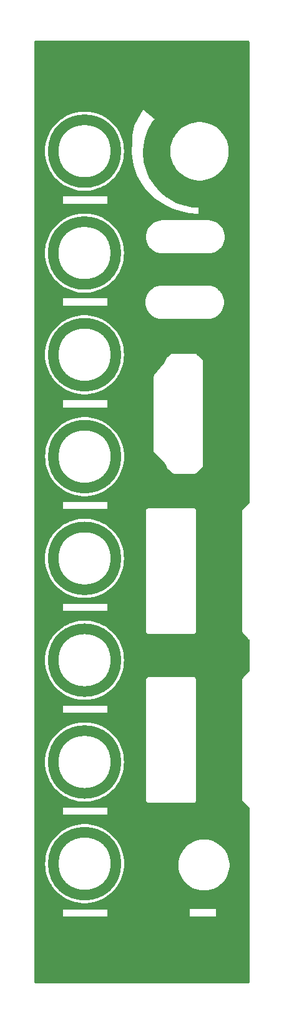
<source format=gbr>
%TF.GenerationSoftware,KiCad,Pcbnew,8.0.7*%
%TF.CreationDate,2025-01-05T13:11:30+01:00*%
%TF.ProjectId,tiliqua-panel,74696c69-7175-4612-9d70-616e656c2e6b,rev?*%
%TF.SameCoordinates,Original*%
%TF.FileFunction,Copper,L1,Top*%
%TF.FilePolarity,Positive*%
%FSLAX46Y46*%
G04 Gerber Fmt 4.6, Leading zero omitted, Abs format (unit mm)*
G04 Created by KiCad (PCBNEW 8.0.7) date 2025-01-05 13:11:30*
%MOMM*%
%LPD*%
G01*
G04 APERTURE LIST*
%TA.AperFunction,EtchedComponent*%
%ADD10C,1.400000*%
%TD*%
%TA.AperFunction,ComponentPad*%
%ADD11O,7.500000X4.400000*%
%TD*%
G04 APERTURE END LIST*
D10*
%TO.C,REF\u002A\u002A*%
X8460000Y-111890000D02*
G75*
G02*
X-40000Y-111890000I-4250000J0D01*
G01*
X-40000Y-111890000D02*
G75*
G02*
X8460000Y-111890000I4250000J0D01*
G01*
X8450000Y-84330000D02*
G75*
G02*
X-50000Y-84330000I-4250000J0D01*
G01*
X-50000Y-84330000D02*
G75*
G02*
X8450000Y-84330000I4250000J0D01*
G01*
X8450000Y-70540000D02*
G75*
G02*
X-50000Y-70540000I-4250000J0D01*
G01*
X-50000Y-70540000D02*
G75*
G02*
X8450000Y-70540000I4250000J0D01*
G01*
X8450000Y-42960000D02*
G75*
G02*
X-50000Y-42960000I-4250000J0D01*
G01*
X-50000Y-42960000D02*
G75*
G02*
X8450000Y-42960000I4250000J0D01*
G01*
X8450000Y-98120000D02*
G75*
G02*
X-50000Y-98120000I-4250000J0D01*
G01*
X-50000Y-98120000D02*
G75*
G02*
X8450000Y-98120000I4250000J0D01*
G01*
X8440000Y-29190000D02*
G75*
G02*
X-60000Y-29190000I-4250000J0D01*
G01*
X-60000Y-29190000D02*
G75*
G02*
X8440000Y-29190000I4250000J0D01*
G01*
X8450000Y-15391200D02*
G75*
G02*
X-50000Y-15391200I-4250000J0D01*
G01*
X-50000Y-15391200D02*
G75*
G02*
X8450000Y-15391200I4250000J0D01*
G01*
X8460000Y-56760000D02*
G75*
G02*
X-40000Y-56760000I-4250000J0D01*
G01*
X-40000Y-56760000D02*
G75*
G02*
X8460000Y-56760000I4250000J0D01*
G01*
%TD*%
D11*
%TO.P,E2,1,1*%
%TO.N,GND*%
X19525000Y-3000000D03*
%TD*%
%TO.P,E3,1,1*%
%TO.N,GND*%
X4475000Y-125500000D03*
%TD*%
%TO.P,E4,1,1*%
%TO.N,GND*%
X19525000Y-125500000D03*
%TD*%
%TO.P,E1,1,1*%
%TO.N,GND*%
X4525000Y-3000000D03*
%TD*%
%TA.AperFunction,Conductor*%
%TO.N,GND*%
G36*
X26486843Y-420207D02*
G01*
X26556084Y-475426D01*
X26594511Y-555218D01*
X26599500Y-599500D01*
X26599500Y-62893055D01*
X26579793Y-62979398D01*
X26541129Y-63033854D01*
X25770476Y-63803578D01*
X25770405Y-63803641D01*
X25728079Y-63845923D01*
X25728073Y-63845929D01*
X25687884Y-63886070D01*
X25662284Y-63930359D01*
X25662277Y-63930371D01*
X25635106Y-63977367D01*
X25620394Y-64032162D01*
X25620390Y-64032177D01*
X25607755Y-64079217D01*
X25607730Y-64128655D01*
X25607730Y-64128670D01*
X25607690Y-64196253D01*
X25607696Y-64196356D01*
X25599531Y-80325751D01*
X25598964Y-80335022D01*
X25599488Y-80391710D01*
X25599496Y-80393641D01*
X25599472Y-80443568D01*
X25599598Y-80444460D01*
X25599868Y-80446437D01*
X25599967Y-80447198D01*
X25613321Y-80495249D01*
X25613831Y-80497120D01*
X25626750Y-80545429D01*
X25627099Y-80546249D01*
X25627877Y-80548104D01*
X25628172Y-80548818D01*
X25653551Y-80591851D01*
X25654528Y-80593525D01*
X25679466Y-80636769D01*
X25679998Y-80637448D01*
X25681222Y-80639029D01*
X25681707Y-80639662D01*
X25681808Y-80639761D01*
X25681810Y-80639764D01*
X25717462Y-80674761D01*
X25718684Y-80675974D01*
X25758771Y-80716102D01*
X25765786Y-80722199D01*
X26383812Y-81328881D01*
X26549940Y-81491960D01*
X26597751Y-81566509D01*
X26609534Y-81634428D01*
X26600069Y-85751565D01*
X26580164Y-85837863D01*
X26541784Y-85891822D01*
X25716981Y-86716624D01*
X25716945Y-86716661D01*
X25679547Y-86754038D01*
X25653242Y-86799600D01*
X25653217Y-86799643D01*
X25626831Y-86845316D01*
X25626794Y-86845404D01*
X25613254Y-86895940D01*
X25613240Y-86895993D01*
X25599500Y-86947215D01*
X25599500Y-87000633D01*
X25594966Y-103142474D01*
X25594913Y-103143300D01*
X25594948Y-103207983D01*
X25594948Y-103208142D01*
X25594934Y-103260746D01*
X25594972Y-103261034D01*
X25608586Y-103311732D01*
X25608628Y-103311889D01*
X25622201Y-103362601D01*
X25622322Y-103362894D01*
X25648652Y-103408441D01*
X25648733Y-103408582D01*
X25674904Y-103453941D01*
X25675090Y-103454183D01*
X25675102Y-103454195D01*
X25675104Y-103454198D01*
X25711743Y-103490796D01*
X25711824Y-103490877D01*
X25711817Y-103490883D01*
X25711942Y-103490995D01*
X25758341Y-103537421D01*
X25758976Y-103537978D01*
X26557930Y-104336058D01*
X26605090Y-104411021D01*
X26616293Y-104476988D01*
X26599919Y-127900639D01*
X26580151Y-127986968D01*
X26524885Y-128056171D01*
X26445065Y-128094542D01*
X26400919Y-128099500D01*
X-2400500Y-128099500D01*
X-2486843Y-128079793D01*
X-2556084Y-128024574D01*
X-2594511Y-127944782D01*
X-2599500Y-127900500D01*
X-2599500Y-119048200D01*
X1249400Y-119048200D01*
X7269200Y-119048200D01*
X7269200Y-119010100D01*
X18500000Y-119010100D01*
X22019800Y-119010100D01*
X22019800Y-118044900D01*
X18500000Y-118044900D01*
X18500000Y-119010100D01*
X7269200Y-119010100D01*
X7269200Y-118083000D01*
X1249400Y-118083000D01*
X1249400Y-119048200D01*
X-2599500Y-119048200D01*
X-2599500Y-111890000D01*
X-1145325Y-111890000D01*
X-1126032Y-112344163D01*
X-1068294Y-112795054D01*
X-972524Y-113239424D01*
X-839415Y-113674072D01*
X-669925Y-114095865D01*
X-465274Y-114501765D01*
X-251545Y-114848883D01*
X-226937Y-114888848D01*
X43356Y-115254310D01*
X43372Y-115254329D01*
X343686Y-115595554D01*
X671867Y-115910090D01*
X671872Y-115910094D01*
X1025546Y-116195666D01*
X1402164Y-116450215D01*
X1402168Y-116450217D01*
X1799013Y-116671908D01*
X2213217Y-116859141D01*
X2213224Y-116859143D01*
X2213232Y-116859147D01*
X2641839Y-117010584D01*
X3081744Y-117125126D01*
X3529778Y-117201949D01*
X3982714Y-117240500D01*
X3982717Y-117240500D01*
X4437283Y-117240500D01*
X4437286Y-117240500D01*
X4890222Y-117201949D01*
X5338256Y-117125126D01*
X5778161Y-117010584D01*
X6206768Y-116859147D01*
X6206778Y-116859142D01*
X6206782Y-116859141D01*
X6381078Y-116780353D01*
X6620987Y-116671908D01*
X7017836Y-116450215D01*
X7394454Y-116195666D01*
X7748128Y-115910094D01*
X8076310Y-115595558D01*
X8376634Y-115254322D01*
X8646938Y-114888847D01*
X8885274Y-114501765D01*
X9089925Y-114095865D01*
X9259415Y-113674072D01*
X9392524Y-113239424D01*
X9488294Y-112795054D01*
X9546032Y-112344163D01*
X9564707Y-111904555D01*
X16949500Y-111904555D01*
X16949500Y-112243592D01*
X16982730Y-112580979D01*
X17048869Y-112913478D01*
X17048874Y-112913500D01*
X17147282Y-113237908D01*
X17147289Y-113237927D01*
X17277022Y-113551131D01*
X17436838Y-113850126D01*
X17531014Y-113991069D01*
X17625190Y-114132013D01*
X17625193Y-114132017D01*
X17625196Y-114132021D01*
X17768573Y-114306726D01*
X17840265Y-114394083D01*
X17840270Y-114394088D01*
X17840279Y-114394098D01*
X18079975Y-114633794D01*
X18079984Y-114633802D01*
X18079991Y-114633809D01*
X18342061Y-114848884D01*
X18552996Y-114989827D01*
X18623947Y-115037235D01*
X18623949Y-115037236D01*
X18922942Y-115197051D01*
X19236160Y-115326790D01*
X19560586Y-115425203D01*
X19893096Y-115491344D01*
X20230488Y-115524574D01*
X20230490Y-115524574D01*
X20569510Y-115524574D01*
X20569512Y-115524574D01*
X20906904Y-115491344D01*
X21239414Y-115425203D01*
X21563840Y-115326790D01*
X21877058Y-115197051D01*
X22176051Y-115037236D01*
X22457939Y-114848884D01*
X22720009Y-114633809D01*
X22959735Y-114394083D01*
X23174810Y-114132013D01*
X23363162Y-113850125D01*
X23522977Y-113551132D01*
X23652716Y-113237914D01*
X23751129Y-112913488D01*
X23817270Y-112580978D01*
X23850500Y-112243586D01*
X23850500Y-111904562D01*
X23817270Y-111567170D01*
X23751129Y-111234660D01*
X23652716Y-110910234D01*
X23522977Y-110597016D01*
X23363162Y-110298023D01*
X23174810Y-110016135D01*
X22959735Y-109754065D01*
X22959728Y-109754058D01*
X22959720Y-109754049D01*
X22720024Y-109514353D01*
X22720014Y-109514344D01*
X22720009Y-109514339D01*
X22632652Y-109442647D01*
X22457947Y-109299270D01*
X22457943Y-109299267D01*
X22457939Y-109299264D01*
X22316995Y-109205088D01*
X22176052Y-109110912D01*
X21877057Y-108951096D01*
X21563853Y-108821363D01*
X21563844Y-108821359D01*
X21563840Y-108821358D01*
X21563836Y-108821357D01*
X21563834Y-108821356D01*
X21239426Y-108722948D01*
X21239417Y-108722946D01*
X21239414Y-108722945D01*
X21239404Y-108722943D01*
X20906905Y-108656804D01*
X20569518Y-108623574D01*
X20569512Y-108623574D01*
X20230488Y-108623574D01*
X20230481Y-108623574D01*
X19893094Y-108656804D01*
X19560595Y-108722943D01*
X19560573Y-108722948D01*
X19236165Y-108821356D01*
X19236146Y-108821363D01*
X18922942Y-108951096D01*
X18623947Y-109110912D01*
X18342061Y-109299264D01*
X18342052Y-109299270D01*
X18079994Y-109514336D01*
X18079975Y-109514353D01*
X17840279Y-109754049D01*
X17840262Y-109754068D01*
X17625196Y-110016126D01*
X17625190Y-110016135D01*
X17436838Y-110298021D01*
X17277022Y-110597016D01*
X17147289Y-110910220D01*
X17147282Y-110910239D01*
X17048874Y-111234647D01*
X17048869Y-111234669D01*
X16982730Y-111567168D01*
X16949500Y-111904555D01*
X9564707Y-111904555D01*
X9565325Y-111890000D01*
X9546032Y-111435837D01*
X9488294Y-110984946D01*
X9392524Y-110540576D01*
X9259415Y-110105928D01*
X9089928Y-109684144D01*
X9089928Y-109684141D01*
X8885274Y-109278235D01*
X8885269Y-109278226D01*
X8646937Y-108891151D01*
X8376643Y-108525689D01*
X8376627Y-108525670D01*
X8076313Y-108184445D01*
X7748132Y-107869909D01*
X7394456Y-107584336D01*
X7394454Y-107584334D01*
X7017836Y-107329785D01*
X7017831Y-107329782D01*
X6620986Y-107108091D01*
X6206782Y-106920858D01*
X6206768Y-106920853D01*
X5778161Y-106769416D01*
X5338256Y-106654874D01*
X5338252Y-106654873D01*
X5338251Y-106654873D01*
X4890217Y-106578050D01*
X4890219Y-106578050D01*
X4552936Y-106549343D01*
X4437286Y-106539500D01*
X3982714Y-106539500D01*
X3867064Y-106549343D01*
X3529781Y-106578050D01*
X3081748Y-106654873D01*
X2641842Y-106769415D01*
X2213217Y-106920858D01*
X1799013Y-107108091D01*
X1402168Y-107329782D01*
X1402166Y-107329783D01*
X1402164Y-107329785D01*
X1052983Y-107565789D01*
X1025543Y-107584336D01*
X671867Y-107869909D01*
X343686Y-108184445D01*
X43372Y-108525670D01*
X43356Y-108525689D01*
X-226937Y-108891151D01*
X-465269Y-109278226D01*
X-465274Y-109278235D01*
X-669928Y-109684141D01*
X-669928Y-109684144D01*
X-839415Y-110105928D01*
X-972524Y-110540576D01*
X-1068294Y-110984946D01*
X-1126032Y-111435837D01*
X-1145325Y-111890000D01*
X-2599500Y-111890000D01*
X-2599500Y-105256000D01*
X1249400Y-105256000D01*
X7269200Y-105256000D01*
X7269200Y-104290800D01*
X1249400Y-104290800D01*
X1249400Y-105256000D01*
X-2599500Y-105256000D01*
X-2599500Y-98120000D01*
X-1155325Y-98120000D01*
X-1136032Y-98574163D01*
X-1078294Y-99025054D01*
X-982524Y-99469424D01*
X-849415Y-99904072D01*
X-679925Y-100325865D01*
X-475274Y-100731765D01*
X-475269Y-100731773D01*
X-236937Y-101118848D01*
X33356Y-101484310D01*
X33372Y-101484329D01*
X333686Y-101825554D01*
X661867Y-102140090D01*
X661872Y-102140094D01*
X1015546Y-102425666D01*
X1392164Y-102680215D01*
X1392168Y-102680217D01*
X1789013Y-102901908D01*
X2203217Y-103089141D01*
X2203224Y-103089143D01*
X2203232Y-103089147D01*
X2631839Y-103240584D01*
X3071744Y-103355126D01*
X3519778Y-103431949D01*
X3972714Y-103470500D01*
X3972717Y-103470500D01*
X4427283Y-103470500D01*
X4427286Y-103470500D01*
X4880222Y-103431949D01*
X5328256Y-103355126D01*
X5768161Y-103240584D01*
X6196768Y-103089147D01*
X6196778Y-103089142D01*
X6196782Y-103089141D01*
X6371078Y-103010353D01*
X6610987Y-102901908D01*
X7007836Y-102680215D01*
X7384454Y-102425666D01*
X7738128Y-102140094D01*
X8066310Y-101825558D01*
X8366634Y-101484322D01*
X8636938Y-101118847D01*
X8875274Y-100731765D01*
X9079925Y-100325865D01*
X9249415Y-99904072D01*
X9382524Y-99469424D01*
X9478294Y-99025054D01*
X9536032Y-98574163D01*
X9555325Y-98120000D01*
X9536032Y-97665837D01*
X9478294Y-97214946D01*
X9382524Y-96770576D01*
X9249415Y-96335928D01*
X9079928Y-95914144D01*
X9079928Y-95914141D01*
X8875274Y-95508235D01*
X8875269Y-95508226D01*
X8636937Y-95121151D01*
X8366643Y-94755689D01*
X8366627Y-94755670D01*
X8066313Y-94414445D01*
X7738132Y-94099909D01*
X7384456Y-93814336D01*
X7384454Y-93814334D01*
X7007836Y-93559785D01*
X7007831Y-93559782D01*
X6610986Y-93338091D01*
X6196782Y-93150858D01*
X6196768Y-93150853D01*
X5768161Y-92999416D01*
X5328256Y-92884874D01*
X5328252Y-92884873D01*
X5328251Y-92884873D01*
X4880217Y-92808050D01*
X4880219Y-92808050D01*
X4542936Y-92779343D01*
X4427286Y-92769500D01*
X3972714Y-92769500D01*
X3857064Y-92779343D01*
X3519781Y-92808050D01*
X3071748Y-92884873D01*
X2631842Y-92999415D01*
X2203217Y-93150858D01*
X1789013Y-93338091D01*
X1392168Y-93559782D01*
X1392166Y-93559783D01*
X1392164Y-93559785D01*
X1042983Y-93795789D01*
X1015543Y-93814336D01*
X661867Y-94099909D01*
X333686Y-94414445D01*
X33372Y-94755670D01*
X33356Y-94755689D01*
X-236937Y-95121151D01*
X-475269Y-95508226D01*
X-475274Y-95508235D01*
X-679928Y-95914141D01*
X-679928Y-95914144D01*
X-849415Y-96335928D01*
X-982524Y-96770576D01*
X-1078294Y-97214946D01*
X-1136032Y-97665837D01*
X-1155325Y-98120000D01*
X-2599500Y-98120000D01*
X-2599500Y-91463800D01*
X1249400Y-91463800D01*
X7269200Y-91463800D01*
X7269200Y-90498600D01*
X1249400Y-90498600D01*
X1249400Y-91463800D01*
X-2599500Y-91463800D01*
X-2599500Y-84330000D01*
X-1155325Y-84330000D01*
X-1136032Y-84784163D01*
X-1078294Y-85235054D01*
X-982524Y-85679424D01*
X-849415Y-86114072D01*
X-679925Y-86535865D01*
X-475274Y-86941765D01*
X-337245Y-87165939D01*
X-236937Y-87328848D01*
X33356Y-87694310D01*
X33372Y-87694329D01*
X333686Y-88035554D01*
X661867Y-88350090D01*
X661872Y-88350094D01*
X1015546Y-88635666D01*
X1392164Y-88890215D01*
X1392168Y-88890217D01*
X1789013Y-89111908D01*
X2203217Y-89299141D01*
X2203224Y-89299143D01*
X2203232Y-89299147D01*
X2631839Y-89450584D01*
X3071744Y-89565126D01*
X3519778Y-89641949D01*
X3972714Y-89680500D01*
X3972717Y-89680500D01*
X4427283Y-89680500D01*
X4427286Y-89680500D01*
X4880222Y-89641949D01*
X5328256Y-89565126D01*
X5768161Y-89450584D01*
X6196768Y-89299147D01*
X6196778Y-89299142D01*
X6196782Y-89299141D01*
X6371078Y-89220353D01*
X6610987Y-89111908D01*
X7007836Y-88890215D01*
X7384454Y-88635666D01*
X7738128Y-88350094D01*
X8066310Y-88035558D01*
X8366634Y-87694322D01*
X8636938Y-87328847D01*
X8871883Y-86947273D01*
X12549500Y-86947273D01*
X12549500Y-103302727D01*
X12565622Y-103362894D01*
X12576794Y-103404590D01*
X12629515Y-103495907D01*
X12629518Y-103495911D01*
X12704088Y-103570481D01*
X12704092Y-103570484D01*
X12795409Y-103623205D01*
X12795413Y-103623207D01*
X12897273Y-103650500D01*
X12897275Y-103650500D01*
X19002725Y-103650500D01*
X19002727Y-103650500D01*
X19104587Y-103623207D01*
X19135029Y-103605631D01*
X19195907Y-103570484D01*
X19195911Y-103570481D01*
X19195910Y-103570481D01*
X19195913Y-103570480D01*
X19270480Y-103495913D01*
X19270481Y-103495910D01*
X19270484Y-103495907D01*
X19323205Y-103404590D01*
X19323204Y-103404590D01*
X19323207Y-103404587D01*
X19350500Y-103302727D01*
X19350500Y-86947273D01*
X19323207Y-86845413D01*
X19323151Y-86845316D01*
X19270484Y-86754092D01*
X19270481Y-86754088D01*
X19195911Y-86679518D01*
X19195907Y-86679515D01*
X19104590Y-86626794D01*
X19104587Y-86626793D01*
X19002727Y-86599500D01*
X13002727Y-86599500D01*
X12897273Y-86599500D01*
X12807442Y-86623569D01*
X12795409Y-86626794D01*
X12704092Y-86679515D01*
X12704088Y-86679518D01*
X12629518Y-86754088D01*
X12629515Y-86754092D01*
X12576794Y-86845409D01*
X12576793Y-86845413D01*
X12549500Y-86947273D01*
X8871883Y-86947273D01*
X8875274Y-86941765D01*
X9079925Y-86535865D01*
X9249415Y-86114072D01*
X9382524Y-85679424D01*
X9478294Y-85235054D01*
X9536032Y-84784163D01*
X9555325Y-84330000D01*
X9536032Y-83875837D01*
X9478294Y-83424946D01*
X9382524Y-82980576D01*
X9249415Y-82545928D01*
X9079928Y-82124144D01*
X9079928Y-82124141D01*
X8875274Y-81718235D01*
X8875269Y-81718226D01*
X8636937Y-81331151D01*
X8366643Y-80965689D01*
X8366627Y-80965670D01*
X8066313Y-80624445D01*
X7738132Y-80309909D01*
X7384456Y-80024336D01*
X7384454Y-80024334D01*
X7007836Y-79769785D01*
X7007831Y-79769782D01*
X6610986Y-79548091D01*
X6196782Y-79360858D01*
X6196768Y-79360853D01*
X5768161Y-79209416D01*
X5328256Y-79094874D01*
X5328252Y-79094873D01*
X5328251Y-79094873D01*
X4880217Y-79018050D01*
X4880219Y-79018050D01*
X4542936Y-78989343D01*
X4427286Y-78979500D01*
X3972714Y-78979500D01*
X3857064Y-78989343D01*
X3519781Y-79018050D01*
X3071748Y-79094873D01*
X2631842Y-79209415D01*
X2203217Y-79360858D01*
X1789013Y-79548091D01*
X1392168Y-79769782D01*
X1392166Y-79769783D01*
X1392164Y-79769785D01*
X1089278Y-79974500D01*
X1015543Y-80024336D01*
X661867Y-80309909D01*
X333686Y-80624445D01*
X33372Y-80965670D01*
X33356Y-80965689D01*
X-236937Y-81331151D01*
X-475269Y-81718226D01*
X-475274Y-81718235D01*
X-679928Y-82124141D01*
X-679928Y-82124144D01*
X-849415Y-82545928D01*
X-982524Y-82980576D01*
X-1078294Y-83424946D01*
X-1136032Y-83875837D01*
X-1155325Y-84330000D01*
X-2599500Y-84330000D01*
X-2599500Y-77671600D01*
X1249400Y-77671600D01*
X7269200Y-77671600D01*
X7269200Y-76706400D01*
X1249400Y-76706400D01*
X1249400Y-77671600D01*
X-2599500Y-77671600D01*
X-2599500Y-70540000D01*
X-1155325Y-70540000D01*
X-1136032Y-70994163D01*
X-1078294Y-71445054D01*
X-982524Y-71889424D01*
X-849415Y-72324072D01*
X-679925Y-72745865D01*
X-475274Y-73151765D01*
X-475269Y-73151773D01*
X-236937Y-73538848D01*
X33356Y-73904310D01*
X33372Y-73904329D01*
X333686Y-74245554D01*
X661867Y-74560090D01*
X661872Y-74560094D01*
X1015546Y-74845666D01*
X1392164Y-75100215D01*
X1392168Y-75100217D01*
X1789013Y-75321908D01*
X2203217Y-75509141D01*
X2203224Y-75509143D01*
X2203232Y-75509147D01*
X2631839Y-75660584D01*
X3071744Y-75775126D01*
X3519778Y-75851949D01*
X3972714Y-75890500D01*
X3972717Y-75890500D01*
X4427283Y-75890500D01*
X4427286Y-75890500D01*
X4880222Y-75851949D01*
X5328256Y-75775126D01*
X5768161Y-75660584D01*
X6196768Y-75509147D01*
X6196778Y-75509142D01*
X6196782Y-75509141D01*
X6371078Y-75430353D01*
X6610987Y-75321908D01*
X7007836Y-75100215D01*
X7384454Y-74845666D01*
X7738128Y-74560094D01*
X8066310Y-74245558D01*
X8366634Y-73904322D01*
X8636938Y-73538847D01*
X8875274Y-73151765D01*
X9079925Y-72745865D01*
X9249415Y-72324072D01*
X9382524Y-71889424D01*
X9478294Y-71445054D01*
X9536032Y-70994163D01*
X9555325Y-70540000D01*
X9536032Y-70085837D01*
X9478294Y-69634946D01*
X9382524Y-69190576D01*
X9249415Y-68755928D01*
X9079928Y-68334144D01*
X9079928Y-68334141D01*
X8875274Y-67928235D01*
X8875269Y-67928226D01*
X8636937Y-67541151D01*
X8366643Y-67175689D01*
X8366627Y-67175670D01*
X8066313Y-66834445D01*
X7738132Y-66519909D01*
X7384456Y-66234336D01*
X7384454Y-66234334D01*
X7007836Y-65979785D01*
X7007831Y-65979782D01*
X6610986Y-65758091D01*
X6196782Y-65570858D01*
X6196768Y-65570853D01*
X5768161Y-65419416D01*
X5328256Y-65304874D01*
X5328252Y-65304873D01*
X5328251Y-65304873D01*
X4880217Y-65228050D01*
X4880219Y-65228050D01*
X4542936Y-65199343D01*
X4427286Y-65189500D01*
X3972714Y-65189500D01*
X3857064Y-65199343D01*
X3519781Y-65228050D01*
X3071748Y-65304873D01*
X2631842Y-65419415D01*
X2203217Y-65570858D01*
X1789013Y-65758091D01*
X1392168Y-65979782D01*
X1392166Y-65979783D01*
X1392164Y-65979785D01*
X1042983Y-66215789D01*
X1015543Y-66234336D01*
X661867Y-66519909D01*
X333686Y-66834445D01*
X33372Y-67175670D01*
X33356Y-67175689D01*
X-236937Y-67541151D01*
X-475269Y-67928226D01*
X-475274Y-67928235D01*
X-679928Y-68334141D01*
X-679928Y-68334144D01*
X-849415Y-68755928D01*
X-982524Y-69190576D01*
X-1078294Y-69634946D01*
X-1136032Y-70085837D01*
X-1155325Y-70540000D01*
X-2599500Y-70540000D01*
X-2599500Y-64072273D01*
X12549500Y-64072273D01*
X12549500Y-80427727D01*
X12568094Y-80497120D01*
X12576794Y-80529590D01*
X12629515Y-80620907D01*
X12629518Y-80620911D01*
X12704088Y-80695481D01*
X12704092Y-80695484D01*
X12795409Y-80748205D01*
X12795413Y-80748207D01*
X12897273Y-80775500D01*
X12897275Y-80775500D01*
X19002725Y-80775500D01*
X19002727Y-80775500D01*
X19104587Y-80748207D01*
X19166879Y-80712243D01*
X19195907Y-80695484D01*
X19195911Y-80695481D01*
X19195910Y-80695481D01*
X19195913Y-80695480D01*
X19270480Y-80620913D01*
X19270481Y-80620910D01*
X19270484Y-80620907D01*
X19323205Y-80529590D01*
X19323204Y-80529590D01*
X19323207Y-80529587D01*
X19350500Y-80427727D01*
X19350500Y-64072273D01*
X19323207Y-63970413D01*
X19300088Y-63930369D01*
X19270484Y-63879092D01*
X19270481Y-63879088D01*
X19195911Y-63804518D01*
X19195907Y-63804515D01*
X19104590Y-63751794D01*
X19104587Y-63751793D01*
X19002727Y-63724500D01*
X13002727Y-63724500D01*
X12897273Y-63724500D01*
X12807442Y-63748569D01*
X12795409Y-63751794D01*
X12704092Y-63804515D01*
X12704088Y-63804518D01*
X12629518Y-63879088D01*
X12629515Y-63879092D01*
X12576794Y-63970409D01*
X12576793Y-63970413D01*
X12549500Y-64072273D01*
X-2599500Y-64072273D01*
X-2599500Y-63879400D01*
X1249400Y-63879400D01*
X7269200Y-63879400D01*
X7269200Y-62914200D01*
X1249400Y-62914200D01*
X1249400Y-63879400D01*
X-2599500Y-63879400D01*
X-2599500Y-56760000D01*
X-1145325Y-56760000D01*
X-1126032Y-57214163D01*
X-1068294Y-57665054D01*
X-972524Y-58109424D01*
X-839415Y-58544072D01*
X-669925Y-58965865D01*
X-465274Y-59371765D01*
X-465269Y-59371773D01*
X-226937Y-59758848D01*
X43356Y-60124310D01*
X43372Y-60124329D01*
X343686Y-60465554D01*
X671867Y-60780090D01*
X671872Y-60780094D01*
X1025546Y-61065666D01*
X1402164Y-61320215D01*
X1402168Y-61320217D01*
X1799013Y-61541908D01*
X2213217Y-61729141D01*
X2213224Y-61729143D01*
X2213232Y-61729147D01*
X2641839Y-61880584D01*
X3081744Y-61995126D01*
X3529778Y-62071949D01*
X3982714Y-62110500D01*
X3982717Y-62110500D01*
X4437283Y-62110500D01*
X4437286Y-62110500D01*
X4890222Y-62071949D01*
X5338256Y-61995126D01*
X5778161Y-61880584D01*
X6206768Y-61729147D01*
X6206778Y-61729142D01*
X6206782Y-61729141D01*
X6381078Y-61650353D01*
X6620987Y-61541908D01*
X7017836Y-61320215D01*
X7394454Y-61065666D01*
X7748128Y-60780094D01*
X8076310Y-60465558D01*
X8376634Y-60124322D01*
X8646938Y-59758847D01*
X8885274Y-59371765D01*
X9089925Y-58965865D01*
X9259415Y-58544072D01*
X9392524Y-58109424D01*
X9488294Y-57665054D01*
X9546032Y-57214163D01*
X9565325Y-56760000D01*
X9546032Y-56305837D01*
X9488294Y-55854946D01*
X9481764Y-55824649D01*
X9392527Y-55410592D01*
X9392524Y-55410576D01*
X9259415Y-54975928D01*
X9089928Y-54554144D01*
X9089928Y-54554141D01*
X8885274Y-54148235D01*
X8885269Y-54148226D01*
X8646937Y-53761151D01*
X8376643Y-53395689D01*
X8376627Y-53395670D01*
X8076313Y-53054445D01*
X7748132Y-52739909D01*
X7394456Y-52454336D01*
X7394454Y-52454334D01*
X7017836Y-52199785D01*
X7017831Y-52199782D01*
X6620986Y-51978091D01*
X6206782Y-51790858D01*
X6206768Y-51790853D01*
X5778161Y-51639416D01*
X5338256Y-51524874D01*
X5338252Y-51524873D01*
X5338251Y-51524873D01*
X4890217Y-51448050D01*
X4890219Y-51448050D01*
X4552936Y-51419343D01*
X4437286Y-51409500D01*
X3982714Y-51409500D01*
X3867064Y-51419343D01*
X3529781Y-51448050D01*
X3081748Y-51524873D01*
X2641842Y-51639415D01*
X2213217Y-51790858D01*
X1799013Y-51978091D01*
X1402168Y-52199782D01*
X1402166Y-52199783D01*
X1402164Y-52199785D01*
X1052983Y-52435789D01*
X1025543Y-52454336D01*
X671867Y-52739909D01*
X343686Y-53054445D01*
X43372Y-53395670D01*
X43356Y-53395689D01*
X-226937Y-53761151D01*
X-465269Y-54148226D01*
X-465274Y-54148235D01*
X-669928Y-54554141D01*
X-669928Y-54554144D01*
X-839415Y-54975928D01*
X-972524Y-55410576D01*
X-972527Y-55410592D01*
X-1061764Y-55824649D01*
X-1068294Y-55854946D01*
X-1126032Y-56305837D01*
X-1145325Y-56760000D01*
X-2599500Y-56760000D01*
X-2599500Y-50087200D01*
X1249400Y-50087200D01*
X7269200Y-50087200D01*
X7269200Y-49122000D01*
X1249400Y-49122000D01*
X1249400Y-50087200D01*
X-2599500Y-50087200D01*
X-2599500Y-42960000D01*
X-1155325Y-42960000D01*
X-1136032Y-43414163D01*
X-1078294Y-43865054D01*
X-982524Y-44309424D01*
X-849415Y-44744072D01*
X-679925Y-45165865D01*
X-475274Y-45571765D01*
X-258990Y-45923033D01*
X-236937Y-45958848D01*
X33356Y-46324310D01*
X33372Y-46324329D01*
X333686Y-46665554D01*
X661867Y-46980090D01*
X661872Y-46980094D01*
X1015546Y-47265666D01*
X1392164Y-47520215D01*
X1392168Y-47520217D01*
X1789013Y-47741908D01*
X2203217Y-47929141D01*
X2203224Y-47929143D01*
X2203232Y-47929147D01*
X2631839Y-48080584D01*
X3071744Y-48195126D01*
X3519778Y-48271949D01*
X3972714Y-48310500D01*
X3972717Y-48310500D01*
X4427283Y-48310500D01*
X4427286Y-48310500D01*
X4880222Y-48271949D01*
X5328256Y-48195126D01*
X5768161Y-48080584D01*
X6196768Y-47929147D01*
X6196778Y-47929142D01*
X6196782Y-47929141D01*
X6371078Y-47850353D01*
X6610987Y-47741908D01*
X7007836Y-47520215D01*
X7384454Y-47265666D01*
X7738128Y-46980094D01*
X8066310Y-46665558D01*
X8366634Y-46324322D01*
X8636938Y-45958847D01*
X8686628Y-45878146D01*
X13596635Y-45878146D01*
X13598914Y-45907771D01*
X13599500Y-45923033D01*
X13599500Y-55934657D01*
X13598678Y-55952721D01*
X13597712Y-55963318D01*
X13599341Y-56004045D01*
X13599500Y-56011998D01*
X13599500Y-56052725D01*
X13600555Y-56060741D01*
X13601927Y-56068693D01*
X13614038Y-56107600D01*
X13616249Y-56115236D01*
X13626794Y-56154590D01*
X13629890Y-56162066D01*
X13633266Y-56169374D01*
X13633269Y-56169379D01*
X13633270Y-56169381D01*
X13655059Y-56203860D01*
X13659151Y-56210632D01*
X13679519Y-56245912D01*
X13684437Y-56252320D01*
X13689603Y-56258523D01*
X13719543Y-56286160D01*
X13725279Y-56291672D01*
X13754087Y-56320480D01*
X13762525Y-56326955D01*
X13776357Y-56338604D01*
X14947795Y-57419932D01*
X14990807Y-57477161D01*
X15306930Y-58109407D01*
X15429545Y-58354636D01*
X15436908Y-58371212D01*
X15446143Y-58394849D01*
X15446144Y-58394852D01*
X15446147Y-58394856D01*
X15447018Y-58396040D01*
X15464704Y-58424955D01*
X15465362Y-58426270D01*
X15482201Y-58445260D01*
X15493598Y-58459359D01*
X15508633Y-58479796D01*
X15508635Y-58479798D01*
X15508637Y-58479800D01*
X15509783Y-58480717D01*
X15534349Y-58504068D01*
X15535323Y-58505166D01*
X15535327Y-58505170D01*
X15556508Y-58519155D01*
X15571158Y-58529817D01*
X16116205Y-58965854D01*
X16123878Y-58971992D01*
X16140278Y-58986671D01*
X16154087Y-59000480D01*
X16160444Y-59004150D01*
X16185257Y-59021095D01*
X16190983Y-59025676D01*
X16190985Y-59025677D01*
X16190984Y-59025677D01*
X16203066Y-59030970D01*
X16208854Y-59033506D01*
X16228500Y-59043441D01*
X16245413Y-59053207D01*
X16252499Y-59055105D01*
X16280861Y-59065055D01*
X16283580Y-59066246D01*
X16287572Y-59067995D01*
X16306886Y-59070936D01*
X16328406Y-59075444D01*
X16347273Y-59080500D01*
X16354605Y-59080500D01*
X16384569Y-59082769D01*
X16391824Y-59083874D01*
X16411236Y-59081717D01*
X16433211Y-59080500D01*
X19182726Y-59080500D01*
X19182727Y-59080500D01*
X19284588Y-59053207D01*
X19375913Y-59000480D01*
X20200480Y-58175913D01*
X20253207Y-58084588D01*
X20280500Y-57982727D01*
X20280500Y-57877273D01*
X20280500Y-43954053D01*
X20282413Y-43936149D01*
X20281531Y-43936077D01*
X20282599Y-43923081D01*
X20280738Y-43885065D01*
X20280500Y-43875334D01*
X20280500Y-43837272D01*
X20279211Y-43827483D01*
X20277442Y-43817751D01*
X20265809Y-43781524D01*
X20263061Y-43772187D01*
X20253208Y-43735416D01*
X20249419Y-43726269D01*
X20245204Y-43717352D01*
X20224581Y-43685356D01*
X20219508Y-43677045D01*
X20216749Y-43672266D01*
X20200480Y-43644087D01*
X20200476Y-43644083D01*
X20194458Y-43636239D01*
X20188075Y-43628714D01*
X20159872Y-43603143D01*
X20152824Y-43596431D01*
X20125913Y-43569520D01*
X20115563Y-43561578D01*
X20116100Y-43560877D01*
X20101555Y-43550269D01*
X19563980Y-43062868D01*
X19410637Y-42923837D01*
X19403111Y-42916646D01*
X19377004Y-42890360D01*
X19368648Y-42883903D01*
X19359946Y-42877878D01*
X19327003Y-42860949D01*
X19317872Y-42855951D01*
X19300890Y-42846069D01*
X19285860Y-42837323D01*
X19285856Y-42837321D01*
X19276093Y-42833238D01*
X19266158Y-42829682D01*
X19266156Y-42829681D01*
X19266152Y-42829680D01*
X19229939Y-42821851D01*
X19219832Y-42819388D01*
X19184098Y-42809682D01*
X19173612Y-42808265D01*
X19163081Y-42807400D01*
X19126096Y-42809211D01*
X19115688Y-42809448D01*
X16233535Y-42799611D01*
X16212243Y-42798395D01*
X16191825Y-42796126D01*
X16191816Y-42796127D01*
X16185577Y-42797077D01*
X16154959Y-42799343D01*
X16148644Y-42799321D01*
X16148633Y-42799323D01*
X16128761Y-42804575D01*
X16107881Y-42808911D01*
X16087575Y-42812003D01*
X16087569Y-42812005D01*
X16081779Y-42814542D01*
X16052798Y-42824652D01*
X16046691Y-42826266D01*
X16046689Y-42826267D01*
X16028853Y-42836483D01*
X16009819Y-42846069D01*
X15990990Y-42854319D01*
X15990979Y-42854325D01*
X15986045Y-42858273D01*
X15960667Y-42875541D01*
X15955184Y-42878681D01*
X15955177Y-42878687D01*
X15940594Y-42893170D01*
X15924683Y-42907361D01*
X15481372Y-43262010D01*
X15459398Y-43277285D01*
X15448832Y-43283620D01*
X15438697Y-43294095D01*
X15420015Y-43311096D01*
X15408636Y-43320200D01*
X15401341Y-43330116D01*
X15384072Y-43350553D01*
X15375510Y-43359402D01*
X15375504Y-43359410D01*
X15368427Y-43372148D01*
X15354782Y-43393405D01*
X15346147Y-43405143D01*
X15346145Y-43405147D01*
X15341665Y-43416614D01*
X15330269Y-43440833D01*
X14879338Y-44252510D01*
X14856473Y-44285374D01*
X13710898Y-45621878D01*
X13700523Y-45633083D01*
X13679520Y-45654086D01*
X13675312Y-45659570D01*
X13665381Y-45673596D01*
X13661601Y-45679393D01*
X13648761Y-45706191D01*
X13641641Y-45719694D01*
X13626793Y-45745411D01*
X13624133Y-45751833D01*
X13618194Y-45767890D01*
X13616035Y-45774494D01*
X13610569Y-45803695D01*
X13607188Y-45818576D01*
X13599499Y-45847273D01*
X13598589Y-45854183D01*
X13597012Y-45871186D01*
X13596635Y-45878146D01*
X8686628Y-45878146D01*
X8875274Y-45571765D01*
X9079925Y-45165865D01*
X9249415Y-44744072D01*
X9382524Y-44309424D01*
X9478294Y-43865054D01*
X9536032Y-43414163D01*
X9555325Y-42960000D01*
X9536032Y-42505837D01*
X9478294Y-42054946D01*
X9382524Y-41610576D01*
X9249415Y-41175928D01*
X9079928Y-40754144D01*
X9079928Y-40754141D01*
X8875274Y-40348235D01*
X8875269Y-40348226D01*
X8636937Y-39961151D01*
X8366643Y-39595689D01*
X8366627Y-39595670D01*
X8066313Y-39254445D01*
X7738132Y-38939909D01*
X7384456Y-38654336D01*
X7384454Y-38654334D01*
X7007836Y-38399785D01*
X7007831Y-38399782D01*
X6610986Y-38178091D01*
X6196782Y-37990858D01*
X6196768Y-37990853D01*
X5768161Y-37839416D01*
X5328256Y-37724874D01*
X5328252Y-37724873D01*
X5328251Y-37724873D01*
X4880217Y-37648050D01*
X4880219Y-37648050D01*
X4542936Y-37619343D01*
X4427286Y-37609500D01*
X3972714Y-37609500D01*
X3857064Y-37619343D01*
X3519781Y-37648050D01*
X3071748Y-37724873D01*
X2631842Y-37839415D01*
X2203217Y-37990858D01*
X1789013Y-38178091D01*
X1392168Y-38399782D01*
X1392166Y-38399783D01*
X1392164Y-38399785D01*
X1042983Y-38635789D01*
X1015543Y-38654336D01*
X661867Y-38939909D01*
X333686Y-39254445D01*
X33372Y-39595670D01*
X33356Y-39595689D01*
X-236937Y-39961151D01*
X-475269Y-40348226D01*
X-475274Y-40348235D01*
X-679928Y-40754141D01*
X-679928Y-40754144D01*
X-849415Y-41175928D01*
X-982524Y-41610576D01*
X-1078294Y-42054946D01*
X-1136032Y-42505837D01*
X-1155325Y-42960000D01*
X-2599500Y-42960000D01*
X-2599500Y-36295000D01*
X1249400Y-36295000D01*
X7269200Y-36295000D01*
X7269200Y-35849994D01*
X12470050Y-35849994D01*
X12470050Y-35850005D01*
X12487829Y-36132613D01*
X12487830Y-36132617D01*
X12540893Y-36410786D01*
X12572500Y-36508059D01*
X12628401Y-36680102D01*
X12748972Y-36936330D01*
X12900707Y-37175426D01*
X13081212Y-37393619D01*
X13287641Y-37587469D01*
X13516737Y-37753917D01*
X13764889Y-37890340D01*
X13764892Y-37890341D01*
X14028172Y-37994582D01*
X14028179Y-37994583D01*
X14028182Y-37994585D01*
X14302465Y-38065009D01*
X14583411Y-38100500D01*
X14583415Y-38100500D01*
X21016585Y-38100500D01*
X21016589Y-38100500D01*
X21297535Y-38065009D01*
X21571818Y-37994585D01*
X21571822Y-37994583D01*
X21571827Y-37994582D01*
X21701130Y-37943386D01*
X21835111Y-37890340D01*
X22083263Y-37753917D01*
X22312359Y-37587469D01*
X22518788Y-37393619D01*
X22699293Y-37175426D01*
X22851028Y-36936330D01*
X22971599Y-36680102D01*
X23059107Y-36410783D01*
X23112169Y-36132620D01*
X23112169Y-36132615D01*
X23112170Y-36132613D01*
X23129950Y-35850005D01*
X23129950Y-35849994D01*
X23112170Y-35567386D01*
X23112169Y-35567382D01*
X23080636Y-35402080D01*
X23059107Y-35289217D01*
X22971599Y-35019898D01*
X22851028Y-34763670D01*
X22699293Y-34524574D01*
X22655340Y-34471444D01*
X22518794Y-34306388D01*
X22518784Y-34306377D01*
X22471358Y-34261841D01*
X22312359Y-34112531D01*
X22255085Y-34070919D01*
X22083272Y-33946089D01*
X22083261Y-33946082D01*
X21835119Y-33809664D01*
X21835107Y-33809658D01*
X21571827Y-33705417D01*
X21571812Y-33705413D01*
X21297539Y-33634992D01*
X21297531Y-33634990D01*
X21016595Y-33599500D01*
X21016589Y-33599500D01*
X20927727Y-33599500D01*
X14782583Y-33599500D01*
X14725000Y-33599500D01*
X14583411Y-33599500D01*
X14583404Y-33599500D01*
X14302468Y-33634990D01*
X14302460Y-33634992D01*
X14028187Y-33705413D01*
X14028172Y-33705417D01*
X13764892Y-33809658D01*
X13764880Y-33809664D01*
X13516738Y-33946082D01*
X13516727Y-33946089D01*
X13287643Y-34112529D01*
X13081215Y-34306377D01*
X13081205Y-34306388D01*
X12900711Y-34524568D01*
X12900701Y-34524582D01*
X12748976Y-34763663D01*
X12748970Y-34763673D01*
X12628399Y-35019903D01*
X12540893Y-35289213D01*
X12487830Y-35567382D01*
X12487829Y-35567386D01*
X12470050Y-35849994D01*
X7269200Y-35849994D01*
X7269200Y-35329800D01*
X1249400Y-35329800D01*
X1249400Y-36295000D01*
X-2599500Y-36295000D01*
X-2599500Y-29190000D01*
X-1165325Y-29190000D01*
X-1146032Y-29644163D01*
X-1088294Y-30095054D01*
X-992524Y-30539424D01*
X-859415Y-30974072D01*
X-689925Y-31395865D01*
X-485274Y-31801765D01*
X-485269Y-31801773D01*
X-246937Y-32188848D01*
X23356Y-32554310D01*
X23372Y-32554329D01*
X323686Y-32895554D01*
X651867Y-33210090D01*
X651872Y-33210094D01*
X1005546Y-33495666D01*
X1382164Y-33750215D01*
X1382168Y-33750217D01*
X1779013Y-33971908D01*
X2193217Y-34159141D01*
X2193224Y-34159143D01*
X2193232Y-34159147D01*
X2621839Y-34310584D01*
X3061744Y-34425126D01*
X3509778Y-34501949D01*
X3962714Y-34540500D01*
X3962717Y-34540500D01*
X4417283Y-34540500D01*
X4417286Y-34540500D01*
X4870222Y-34501949D01*
X5318256Y-34425126D01*
X5758161Y-34310584D01*
X6186768Y-34159147D01*
X6186778Y-34159142D01*
X6186782Y-34159141D01*
X6361078Y-34080353D01*
X6600987Y-33971908D01*
X6997836Y-33750215D01*
X7374454Y-33495666D01*
X7728128Y-33210094D01*
X8056310Y-32895558D01*
X8356634Y-32554322D01*
X8626938Y-32188847D01*
X8865274Y-31801765D01*
X9069925Y-31395865D01*
X9239415Y-30974072D01*
X9372524Y-30539424D01*
X9468294Y-30095054D01*
X9526032Y-29644163D01*
X9545325Y-29190000D01*
X9526032Y-28735837D01*
X9473478Y-28325426D01*
X9468294Y-28284945D01*
X9425490Y-28086336D01*
X9372524Y-27840576D01*
X9239415Y-27405928D01*
X9076297Y-26999994D01*
X12545050Y-26999994D01*
X12545050Y-27000005D01*
X12562829Y-27282613D01*
X12562830Y-27282617D01*
X12615893Y-27560786D01*
X12647500Y-27658059D01*
X12703401Y-27830102D01*
X12808884Y-28054266D01*
X12823970Y-28086326D01*
X12823976Y-28086336D01*
X12950017Y-28284946D01*
X12975707Y-28325426D01*
X13156212Y-28543619D01*
X13362641Y-28737469D01*
X13591737Y-28903917D01*
X13839889Y-29040340D01*
X13839892Y-29040341D01*
X14103172Y-29144582D01*
X14103179Y-29144583D01*
X14103182Y-29144585D01*
X14377465Y-29215009D01*
X14658411Y-29250500D01*
X14658415Y-29250500D01*
X21091585Y-29250500D01*
X21091589Y-29250500D01*
X21372535Y-29215009D01*
X21646818Y-29144585D01*
X21646822Y-29144583D01*
X21646827Y-29144582D01*
X21776130Y-29093386D01*
X21910111Y-29040340D01*
X22158263Y-28903917D01*
X22387359Y-28737469D01*
X22593788Y-28543619D01*
X22774293Y-28325426D01*
X22926028Y-28086330D01*
X23046599Y-27830102D01*
X23134107Y-27560783D01*
X23187169Y-27282620D01*
X23187169Y-27282615D01*
X23187170Y-27282613D01*
X23204950Y-27000005D01*
X23204950Y-26999994D01*
X23187170Y-26717386D01*
X23187169Y-26717382D01*
X23155636Y-26552080D01*
X23134107Y-26439217D01*
X23046599Y-26169898D01*
X22926028Y-25913670D01*
X22774293Y-25674574D01*
X22593788Y-25456381D01*
X22387359Y-25262531D01*
X22259872Y-25169906D01*
X22158272Y-25096089D01*
X22158261Y-25096082D01*
X21910119Y-24959664D01*
X21910107Y-24959658D01*
X21646827Y-24855417D01*
X21646812Y-24855413D01*
X21372539Y-24784992D01*
X21372531Y-24784990D01*
X21091595Y-24749500D01*
X21091589Y-24749500D01*
X21002727Y-24749500D01*
X14857583Y-24749500D01*
X14800000Y-24749500D01*
X14658411Y-24749500D01*
X14658404Y-24749500D01*
X14377468Y-24784990D01*
X14377460Y-24784992D01*
X14103187Y-24855413D01*
X14103172Y-24855417D01*
X13839892Y-24959658D01*
X13839880Y-24959664D01*
X13591738Y-25096082D01*
X13591727Y-25096089D01*
X13362643Y-25262529D01*
X13156215Y-25456377D01*
X13156205Y-25456388D01*
X12975711Y-25674568D01*
X12975701Y-25674582D01*
X12823976Y-25913663D01*
X12823970Y-25913673D01*
X12703399Y-26169903D01*
X12615893Y-26439213D01*
X12562830Y-26717382D01*
X12562829Y-26717386D01*
X12545050Y-26999994D01*
X9076297Y-26999994D01*
X9069928Y-26984144D01*
X9069928Y-26984141D01*
X8865274Y-26578235D01*
X8865269Y-26578226D01*
X8626937Y-26191151D01*
X8356643Y-25825689D01*
X8356627Y-25825670D01*
X8056313Y-25484445D01*
X7728132Y-25169909D01*
X7374456Y-24884336D01*
X7374454Y-24884334D01*
X6997836Y-24629785D01*
X6997831Y-24629782D01*
X6600986Y-24408091D01*
X6186782Y-24220858D01*
X6186768Y-24220853D01*
X5758161Y-24069416D01*
X5318256Y-23954874D01*
X5318252Y-23954873D01*
X5318251Y-23954873D01*
X4870217Y-23878050D01*
X4870219Y-23878050D01*
X4532936Y-23849343D01*
X4417286Y-23839500D01*
X3962714Y-23839500D01*
X3847064Y-23849343D01*
X3509781Y-23878050D01*
X3061748Y-23954873D01*
X2621842Y-24069415D01*
X2193217Y-24220858D01*
X1779013Y-24408091D01*
X1382168Y-24629782D01*
X1382166Y-24629783D01*
X1382164Y-24629785D01*
X1048336Y-24855413D01*
X1005543Y-24884336D01*
X651867Y-25169909D01*
X323686Y-25484445D01*
X23372Y-25825670D01*
X23356Y-25825689D01*
X-246937Y-26191151D01*
X-485269Y-26578226D01*
X-485274Y-26578235D01*
X-689928Y-26984141D01*
X-689928Y-26984144D01*
X-859415Y-27405928D01*
X-992524Y-27840576D01*
X-1045490Y-28086336D01*
X-1088294Y-28284945D01*
X-1093478Y-28325426D01*
X-1146032Y-28735837D01*
X-1165325Y-29190000D01*
X-2599500Y-29190000D01*
X-2599500Y-22502800D01*
X1249400Y-22502800D01*
X7269200Y-22502800D01*
X7269200Y-21537600D01*
X1249400Y-21537600D01*
X1249400Y-22502800D01*
X-2599500Y-22502800D01*
X-2599500Y-15391200D01*
X-1155325Y-15391200D01*
X-1136032Y-15845363D01*
X-1078294Y-16296254D01*
X-982524Y-16740624D01*
X-849415Y-17175272D01*
X-679925Y-17597065D01*
X-475274Y-18002965D01*
X-273502Y-18330664D01*
X-236937Y-18390048D01*
X33356Y-18755510D01*
X33372Y-18755529D01*
X333686Y-19096754D01*
X661867Y-19411290D01*
X661872Y-19411294D01*
X1015546Y-19696866D01*
X1392164Y-19951415D01*
X1789013Y-20173108D01*
X2203217Y-20360341D01*
X2203224Y-20360343D01*
X2203232Y-20360347D01*
X2631839Y-20511784D01*
X3071744Y-20626326D01*
X3519778Y-20703149D01*
X3972714Y-20741700D01*
X3972717Y-20741700D01*
X4427283Y-20741700D01*
X4427286Y-20741700D01*
X4880222Y-20703149D01*
X5328256Y-20626326D01*
X5768161Y-20511784D01*
X6196768Y-20360347D01*
X6196778Y-20360342D01*
X6196782Y-20360341D01*
X6371078Y-20281553D01*
X6610987Y-20173108D01*
X7007836Y-19951415D01*
X7384454Y-19696866D01*
X7738128Y-19411294D01*
X8066310Y-19096758D01*
X8366634Y-18755522D01*
X8636938Y-18390047D01*
X8875274Y-18002965D01*
X9079925Y-17597065D01*
X9249415Y-17175272D01*
X9382524Y-16740624D01*
X9478294Y-16296254D01*
X9536032Y-15845363D01*
X9550969Y-15493746D01*
X10578678Y-15493746D01*
X10578679Y-15493751D01*
X10578679Y-15493755D01*
X10600731Y-15654418D01*
X10826167Y-17296879D01*
X11299998Y-18599996D01*
X11300000Y-18600002D01*
X11845402Y-19609614D01*
X11845407Y-19609622D01*
X12340380Y-20387436D01*
X12956080Y-21023848D01*
X13469833Y-21537600D01*
X13592462Y-21660229D01*
X14450000Y-22300000D01*
X15298097Y-22741600D01*
X16217335Y-23165864D01*
X17384062Y-23554772D01*
X18374011Y-23766904D01*
X19646803Y-23837615D01*
X19650000Y-23050000D01*
X18851559Y-23025003D01*
X18816090Y-23020683D01*
X17852778Y-22814259D01*
X17834809Y-22809521D01*
X16628740Y-22430471D01*
X16586022Y-22411268D01*
X15381999Y-21688854D01*
X15356987Y-21671089D01*
X14532889Y-20984341D01*
X14509561Y-20961400D01*
X13640809Y-19953647D01*
X13632334Y-19943112D01*
X13013728Y-19118304D01*
X12990786Y-19079059D01*
X12616691Y-18228843D01*
X12607313Y-18202722D01*
X12227171Y-16854948D01*
X12220518Y-16818960D01*
X12117576Y-15686601D01*
X12117266Y-15654430D01*
X12149303Y-15205919D01*
X15849500Y-15205919D01*
X15849500Y-15594080D01*
X15887546Y-15980360D01*
X15963268Y-16361041D01*
X15963272Y-16361057D01*
X16075941Y-16732477D01*
X16075945Y-16732489D01*
X16224483Y-17091092D01*
X16407451Y-17433403D01*
X16407457Y-17433413D01*
X16515279Y-17594780D01*
X16623102Y-17756148D01*
X16623105Y-17756152D01*
X16623108Y-17756156D01*
X16869335Y-18056184D01*
X16869353Y-18056204D01*
X17143795Y-18330646D01*
X17143815Y-18330664D01*
X17216175Y-18390048D01*
X17443852Y-18576898D01*
X17685355Y-18738265D01*
X17766586Y-18792542D01*
X17766596Y-18792548D01*
X18108907Y-18975516D01*
X18467512Y-19124055D01*
X18838949Y-19236730D01*
X19219642Y-19312454D01*
X19605924Y-19350500D01*
X19605926Y-19350500D01*
X19994074Y-19350500D01*
X19994076Y-19350500D01*
X20380358Y-19312454D01*
X20761051Y-19236730D01*
X21132488Y-19124055D01*
X21491093Y-18975516D01*
X21833412Y-18792543D01*
X22156148Y-18576898D01*
X22456193Y-18330657D01*
X22730657Y-18056193D01*
X22976898Y-17756148D01*
X23192543Y-17433412D01*
X23375516Y-17091093D01*
X23524055Y-16732488D01*
X23636730Y-16361051D01*
X23712454Y-15980358D01*
X23750500Y-15594076D01*
X23750500Y-15205924D01*
X23712454Y-14819642D01*
X23636730Y-14438949D01*
X23524055Y-14067512D01*
X23375516Y-13708907D01*
X23327953Y-13619922D01*
X23192548Y-13366596D01*
X23192542Y-13366586D01*
X23071440Y-13185345D01*
X22976898Y-13043852D01*
X22976891Y-13043843D01*
X22730664Y-12743815D01*
X22730646Y-12743795D01*
X22456204Y-12469353D01*
X22456184Y-12469335D01*
X22156156Y-12223108D01*
X22156152Y-12223105D01*
X22156148Y-12223102D01*
X21994780Y-12115279D01*
X21833413Y-12007457D01*
X21833403Y-12007451D01*
X21491092Y-11824483D01*
X21132489Y-11675945D01*
X21132477Y-11675941D01*
X20840316Y-11587314D01*
X20761051Y-11563270D01*
X20761041Y-11563268D01*
X20380360Y-11487546D01*
X19994080Y-11449500D01*
X19994076Y-11449500D01*
X19605924Y-11449500D01*
X19605919Y-11449500D01*
X19219639Y-11487546D01*
X18838958Y-11563268D01*
X18838953Y-11563269D01*
X18838949Y-11563270D01*
X18838944Y-11563271D01*
X18838942Y-11563272D01*
X18467522Y-11675941D01*
X18467510Y-11675945D01*
X18108907Y-11824483D01*
X17766596Y-12007451D01*
X17766586Y-12007457D01*
X17443852Y-12223102D01*
X17443843Y-12223108D01*
X17143815Y-12469335D01*
X17143795Y-12469353D01*
X16869353Y-12743795D01*
X16869335Y-12743815D01*
X16623108Y-13043843D01*
X16623102Y-13043852D01*
X16407457Y-13366586D01*
X16407451Y-13366596D01*
X16224483Y-13708907D01*
X16075945Y-14067510D01*
X16075941Y-14067522D01*
X15963272Y-14438942D01*
X15963268Y-14438958D01*
X15887546Y-14819639D01*
X15849500Y-15205919D01*
X12149303Y-15205919D01*
X12185932Y-14693109D01*
X12189287Y-14668278D01*
X12396533Y-13632051D01*
X12402873Y-13608179D01*
X12782439Y-12469481D01*
X12796004Y-12438084D01*
X13274841Y-11548815D01*
X13293237Y-11520651D01*
X13700000Y-11000000D01*
X13665454Y-10971831D01*
X12203553Y-9779793D01*
X12155030Y-9840448D01*
X12155025Y-9840454D01*
X11447914Y-10971831D01*
X10959009Y-11926418D01*
X10959007Y-11926423D01*
X10690810Y-13322434D01*
X10649440Y-14240552D01*
X10649325Y-14242815D01*
X10578678Y-15493746D01*
X9550969Y-15493746D01*
X9555325Y-15391200D01*
X9536032Y-14937037D01*
X9478294Y-14486146D01*
X9382524Y-14041776D01*
X9249415Y-13607128D01*
X9152757Y-13366586D01*
X9079929Y-13185345D01*
X9079928Y-13185341D01*
X8875274Y-12779435D01*
X8875269Y-12779426D01*
X8636937Y-12392351D01*
X8366643Y-12026889D01*
X8366627Y-12026870D01*
X8066313Y-11685645D01*
X7738132Y-11371109D01*
X7384456Y-11085536D01*
X7384454Y-11085534D01*
X7007836Y-10830985D01*
X7007831Y-10830982D01*
X6610986Y-10609291D01*
X6196782Y-10422058D01*
X6196768Y-10422053D01*
X5768161Y-10270616D01*
X5328256Y-10156074D01*
X5328252Y-10156073D01*
X5328251Y-10156073D01*
X4880217Y-10079250D01*
X4880219Y-10079250D01*
X4542936Y-10050543D01*
X4427286Y-10040700D01*
X3972714Y-10040700D01*
X3857064Y-10050543D01*
X3519781Y-10079250D01*
X3071748Y-10156073D01*
X2631842Y-10270615D01*
X2203217Y-10422058D01*
X1789013Y-10609291D01*
X1392168Y-10830982D01*
X1392166Y-10830983D01*
X1392164Y-10830985D01*
X1183784Y-10971825D01*
X1015543Y-11085536D01*
X661867Y-11371109D01*
X333686Y-11685645D01*
X33372Y-12026870D01*
X33356Y-12026889D01*
X-236937Y-12392351D01*
X-475269Y-12779426D01*
X-475274Y-12779435D01*
X-679928Y-13185341D01*
X-679929Y-13185345D01*
X-752757Y-13366586D01*
X-849415Y-13607128D01*
X-982524Y-14041776D01*
X-1078294Y-14486146D01*
X-1136032Y-14937037D01*
X-1155325Y-15391200D01*
X-2599500Y-15391200D01*
X-2599500Y-599500D01*
X-2579793Y-513157D01*
X-2524574Y-443916D01*
X-2444782Y-405489D01*
X-2400500Y-400500D01*
X11947273Y-400500D01*
X26400500Y-400500D01*
X26486843Y-420207D01*
G37*
%TD.AperFunction*%
%TD*%
M02*

</source>
